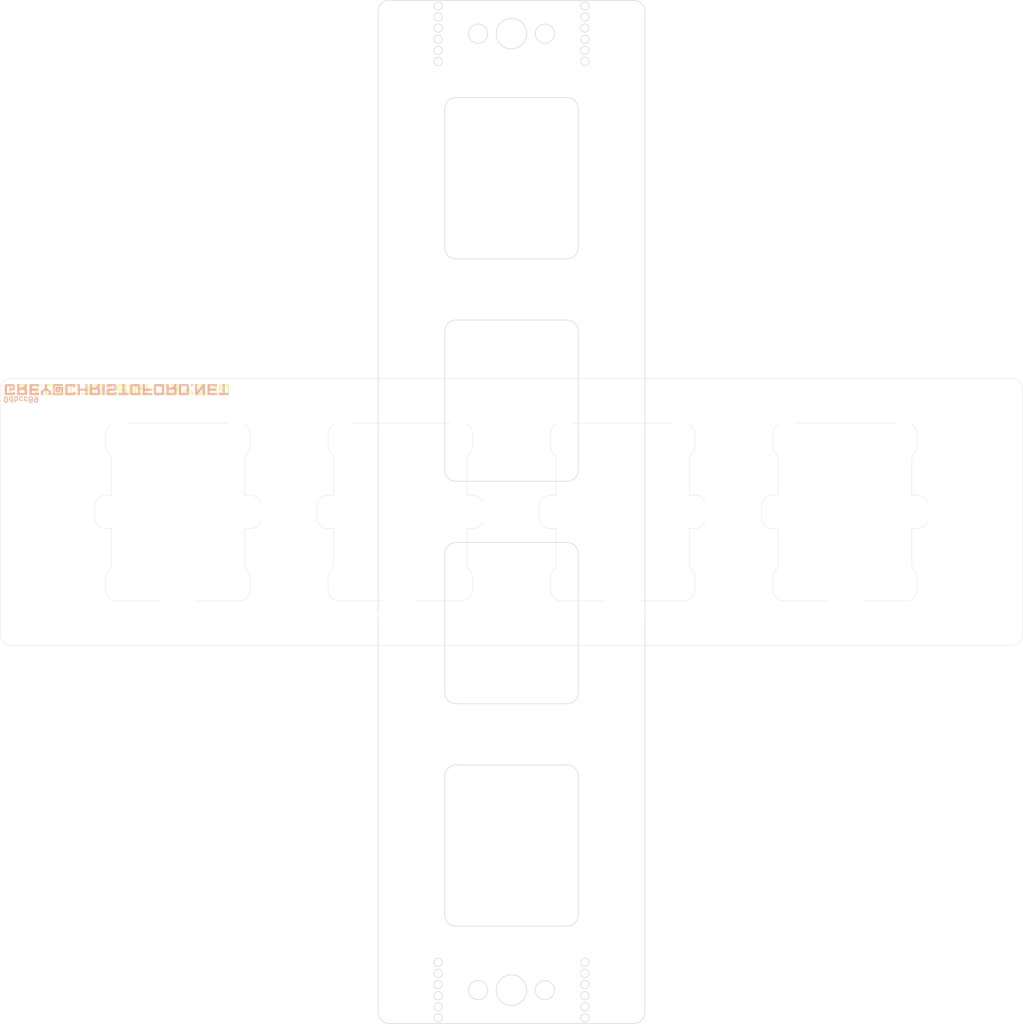
<source format=kicad_pcb>
(kicad_pcb (version 20210722) (generator pcbnew)
  (layers (0 "F.Cu" signal) (31 "B.Cu" signal) (34 "B.Paste" user) (35 "F.Paste" user) (36 "B.SilkS" user "B.Silkscreen") (37 "F.SilkS" user "F.Silkscreen") (38 "B.Mask" user) (39 "F.Mask" user) (44 "Edge.Cuts" user))
  (net 0 "")
  (footprint "custom_footprints:MountingHole_1.0mm" (layer "F.Cu") (at -89 -13.2)
    (fp_text reference "H14" hide)
    (fp_text value "MountingHole" hide)
    (pad "" np_thru_hole circle locked (at 0 0) (size 1 1) (drill 1) (layers F&B.Cu *.Mask))
  )
  (footprint "custom_footprints:MountingHole_1.0mm" (layer "F.Cu") (at -81 13.2)
    (fp_text reference "H6" hide)
    (fp_text value "MountingHole" hide)
    (pad "" np_thru_hole circle locked (at 0 0) (size 1 1) (drill 1) (layers F&B.Cu *.Mask))
  )
  (footprint "custom_footprints:MountingHole_1.0mm" (layer "F.Cu") (at 83 13.2)
    (fp_text reference "H13" hide)
    (fp_text value "MountingHole" hide)
    (pad "" np_thru_hole circle locked (at 0 0) (size 1 1) (drill 1) (layers F&B.Cu *.Mask))
  )
  (footprint "custom_footprints:MountingHole_1.0mm" (layer "F.Cu") (at -87 -13.2)
    (fp_text reference "H20" hide)
    (fp_text value "MountingHole" hide)
    (pad "" np_thru_hole circle locked (at 0 0) (size 1 1) (drill 1) (layers F&B.Cu *.Mask))
  )
  (footprint "custom_footprints:MountingHole_3.15mm" (layer "F.Cu") (at 9.5 -16.5)
    (fp_text reference "H45" hide)
    (fp_text value "MountingHole" hide)
    (pad "" np_thru_hole circle locked (at 0 0) (size 3.15 3.15) (drill 3.15) (layers F&B.Cu *.Mask))
  )
  (footprint "custom_footprints:MountingHole_3.15mm" (layer "F.Cu") (at 43.5 10.5)
    (fp_text reference "H51" hide)
    (fp_text value "MountingHole" hide)
    (pad "" np_thru_hole circle locked (at 0 0) (size 3.15 3.15) (drill 3.15) (layers F&B.Cu *.Mask))
  )
  (footprint "custom_footprints:MountingHole_3.45mm" (layer "F.Cu") (at 86 -6)
    (fp_text reference "H26" hide)
    (fp_text value "MountingHole" hide)
    (pad "" np_thru_hole circle locked (at 0 0) (size 3.45 3.45) (drill 3.45) (layers F&B.Cu *.Mask))
  )
  (footprint "custom_footprints:MountingHole_1.0mm" (layer "F.Cu") (at 81 13.2)
    (fp_text reference "H7" hide)
    (fp_text value "MountingHole" hide)
    (pad "" np_thru_hole circle locked (at 0 0) (size 1 1) (drill 1) (layers F&B.Cu *.Mask))
  )
  (footprint "custom_footprints:MountingHole_1.0mm" (layer "F.Cu") (at -85 13.2)
    (fp_text reference "H16" hide)
    (fp_text value "MountingHole" hide)
    (pad "" np_thru_hole circle locked (at 0 0) (size 1 1) (drill 1) (layers F&B.Cu *.Mask))
  )
  (footprint "MountingHole:MountingHole_5.5mm" (layer "F.Cu") (at -86 0)
    (fp_text reference "H27" hide)
    (fp_text value "MountingHole")
    (pad "1" np_thru_hole circle locked (at 0 0) (size 5.5 5.5) (drill 5.5) (layers *.Cu *.Mask))
  )
  (footprint "custom_footprints:MountingHole_1.0mm" (layer "F.Cu") (at -85 -13.2)
    (fp_text reference "H23" hide)
    (fp_text value "MountingHole" hide)
    (pad "" np_thru_hole circle locked (at 0 0) (size 1 1) (drill 1) (layers F&B.Cu *.Mask))
  )
  (footprint "custom_footprints:MountingHole_3.15mm" (layer "F.Cu") (at 43.5 -10.5)
    (fp_text reference "H42" hide)
    (fp_text value "MountingHole" hide)
    (pad "" np_thru_hole circle locked (at 0 0) (size 3.15 3.15) (drill 3.15) (layers F&B.Cu *.Mask))
  )
  (footprint "custom_footprints:MountingHole_3.15mm" (layer "F.Cu") (at -76.5 10.5)
    (fp_text reference "H31" hide)
    (fp_text value "MountingHole" hide)
    (pad "" np_thru_hole circle locked (at 0 0) (size 3.15 3.15) (drill 3.15) (layers F&B.Cu *.Mask))
  )
  (footprint "custom_footprints:MountingHole_1.0mm" (layer "F.Cu") (at 91 -13.2)
    (fp_text reference "H9" hide)
    (fp_text value "MountingHole" hide)
    (pad "" np_thru_hole circle locked (at 0 0) (size 1 1) (drill 1) (layers F&B.Cu *.Mask))
  )
  (footprint "custom_footprints:MountingHole_3.15mm" (layer "F.Cu") (at -30.5 -16.5)
    (fp_text reference "H41" hide)
    (fp_text value "MountingHole" hide)
    (pad "" np_thru_hole circle locked (at 0 0) (size 3.15 3.15) (drill 3.15) (layers F&B.Cu *.Mask))
  )
  (footprint "custom_footprints:MountingHole_3.15mm" (layer "F.Cu") (at -70.5 -16.5)
    (fp_text reference "H32" hide)
    (fp_text value "MountingHole" hide)
    (pad "" np_thru_hole circle locked (at 0 0) (size 3.15 3.15) (drill 3.15) (layers F&B.Cu *.Mask))
  )
  (footprint "custom_footprints:MountingHole_8.0mm" (layer "F.Cu") (at -1.5 0)
    (fp_text reference "H46" hide)
    (fp_text value "MountingHole" hide)
    (pad "" np_thru_hole circle locked (at 0 0) (size 8 8) (drill 8) (layers F&B.Cu *.Mask))
  )
  (footprint "custom_footprints:MountingHole_1.0mm" (layer "F.Cu") (at 87 13.2)
    (fp_text reference "H1" hide)
    (fp_text value "MountingHole" hide)
    (pad "" np_thru_hole circle locked (at 0 0) (size 1 1) (drill 1) (layers F&B.Cu *.Mask))
  )
  (footprint "custom_footprints:MountingHole_3.15mm" (layer "F.Cu") (at -36.5 -10.5)
    (fp_text reference "H39" hide)
    (fp_text value "MountingHole" hide)
    (pad "" np_thru_hole circle locked (at 0 0) (size 3.15 3.15) (drill 3.15) (layers F&B.Cu *.Mask))
  )
  (footprint "custom_footprints:MountingHole_8.0mm" (layer "F.Cu") (at -60 18.5)
    (fp_text reference "H34" hide)
    (fp_text value "MountingHole" hide)
    (pad "" np_thru_hole circle locked (at 0 0) (size 8 8) (drill 8) (layers F&B.Cu *.Mask))
  )
  (footprint "custom_footprints:MountingHole_8.0mm" (layer "F.Cu") (at 20 18.5)
    (fp_text reference "H47" hide)
    (fp_text value "MountingHole" hide)
    (pad "" np_thru_hole circle locked (at 0 0) (size 8 8) (drill 8) (layers F&B.Cu *.Mask))
  )
  (footprint "custom_footprints:MountingHole_8.0mm" (layer "F.Cu") (at -20 18.5)
    (fp_text reference "H53" hide)
    (fp_text value "MountingHole" hide)
    (pad "" np_thru_hole circle locked (at 0 0) (size 8 8) (drill 8) (layers F&B.Cu *.Mask))
  )
  (footprint "custom_footprints:MountingHole_1.0mm" (layer "F.Cu") (at -91 -13.2)
    (fp_text reference "H21" hide)
    (fp_text value "MountingHole" hide)
    (pad "" np_thru_hole circle locked (at 0 0) (size 1 1) (drill 1) (layers F&B.Cu *.Mask))
  )
  (footprint "custom_footprints:logo" (layer "F.Cu") (at -71 -22 180)
    (fp_text reference "LOGO1" hide)
    (fp_text value "Logo_Open_Hardware_Small" hide)
    (fp_poly (pts (xy 2.086554 -0.623664) (xy 2.086554 -1.023438) (xy 0.29333 -1.023438) (xy 0.29333 -0.623664) (xy 0.992907 -0.623664) (xy 0.992907 0.976563) (xy 1.392681 0.976563) (xy 1.392681 -0.623664)) (layer "F.SilkS") (width 0.001) (fill solid))
    (fp_poly (pts (xy -18.373304 -0.16987) (xy -19.272769 -0.16987) (xy -19.272769 0.229851) (xy -18.770199 0.229851) (xy -18.770199 0.57684) (xy -19.766756 0.57684) (xy -19.766756 -0.623664) (xy -18.770199 -0.623664) (xy -18.770199 -0.423777) (xy -18.373304 -0.423777) (xy -18.373304 -0.820672) (xy -18.570313 -1.023438) (xy -19.96947 -1.023438) (xy -20.16653 -0.820672) (xy -20.16653 0.779554) (xy -19.96947 0.976563) (xy -18.570313 0.976563) (xy -18.373304 0.779554)) (layer "F.SilkS") (width 0.001) (fill solid))
    (fp_poly (pts (xy 4.221186 -0.820672) (xy 4.024178 -1.023438) (xy 2.625021 -1.023438) (xy 2.827734 0.57684) (xy 2.827734 -0.623664) (xy 3.824291 -0.623664) (xy 3.824291 0.57684) (xy 2.827734 0.57684) (xy 2.625021 -1.023438) (xy 2.427961 -0.820672) (xy 2.427961 0.779554) (xy 2.625021 0.976563) (xy 4.024178 0.976563) (xy 4.221186 0.779554)) (layer "F.SilkS") (width 0.001) (fill solid))
    (fp_poly (pts (xy -8.859015 -0.623664) (xy -7.862459 -0.623664) (xy -7.862459 -0.423777) (xy -7.465563 -0.423777) (xy -7.465563 -0.820672) (xy -7.662572 -1.023438) (xy -9.061729 -1.023438) (xy -9.258789 -0.820672) (xy -9.258789 0.779554) (xy -9.061729 0.976563) (xy -7.662572 0.976563) (xy -7.465563 0.779554) (xy -7.465563 0.37978) (xy -7.862459 0.37978) (xy -7.862459 0.57684) (xy -8.859015 0.57684)) (layer "F.SilkS") (width 0.001) (fill solid))
    (fp_poly (pts (xy -9.698653 0.673931) (xy -11.189196 0.673931) (xy -11.189196 -0.72646) (xy -9.992753 -0.72646) (xy -9.992753 0.179173) (xy -10.144069 0.179173) (xy -10.144069 -0.530016) (xy -11.037829 -0.530016) (xy -11.037829 0.473273) (xy -10.743729 0.167763) (xy -10.743729 -0.227333) (xy -10.43822 -0.227333) (xy -10.43822 0.167763) (xy -10.743729 0.167763) (xy -11.037829 0.473273) (xy -9.698653 0.473273) (xy -9.698653 -0.820672) (xy -9.895662 -1.023438) (xy -11.294819 -1.023438) (xy -11.491879 -0.820672) (xy -11.491879 0.779554) (xy -11.294819 0.976563) (xy -9.698653 0.976563)) (layer "F.SilkS") (width 0.001) (fill solid))
    (fp_poly (pts (xy -12.765625 -0.109117) (xy -13.259611 -0.446289) (xy -13.259611 -1.023438) (xy -13.659385 -1.023438) (xy -13.659385 -0.277704) (xy -12.959807 0.222296) (xy -12.959807 0.976563) (xy -12.56286 0.976563) (xy -12.56286 0.222296) (xy -11.86616 -0.277704) (xy -11.86616 -1.023438) (xy -12.263055 -1.023438) (xy -12.263055 -0.446289)) (layer "F.SilkS") (width 0.001) (fill solid))
    (fp_poly (pts (xy 18.001028 0.976563) (xy 18.001028 0.57684) (xy 16.704667 0.57684) (xy 16.704667 0.178967) (xy 17.90111 0.178967) (xy 17.90111 -0.220805) (xy 16.704667 -0.220805) (xy 16.704667 -0.623664) (xy 18.001028 -0.623664) (xy 18.001028 -1.023438) (xy 16.304893 -1.023438) (xy 16.304893 0.976563)) (layer "F.SilkS") (width 0.001) (fill solid))
    (fp_poly (pts (xy -6.656661 -1.023438) (xy -7.056435 -1.023438) (xy -7.056435 0.976563) (xy -6.656661 0.976563) (xy -6.656661 0.178967) (xy -5.660105 0.178967) (xy -5.660105 0.976563) (xy -5.263209 0.976563) (xy -5.263209 -1.023438) (xy -5.660105 -1.023438) (xy -5.660105 -0.220805) (xy -6.656661 -0.220805)) (layer "F.SilkS") (width 0.001) (fill solid))
    (fp_poly (pts (xy 6.257247 0.178967) (xy 6.257247 -0.220805) (xy 5.060814 -0.220805) (xy 5.060814 -0.623664) (xy 6.357165 -0.623664) (xy 6.357165 -1.023438) (xy 4.66104 -1.023438) (xy 4.66104 0.976563) (xy 5.060814 0.976563) (xy 5.060814 0.178967)) (layer "F.SilkS") (width 0.001) (fill solid))
    (fp_poly (pts (xy 14.071803 0.976563) (xy 14.471577 0.976563) (xy 14.471577 -0.35773) (xy 15.468133 0.976563) (xy 15.865029 0.976563) (xy 15.865029 -1.023438) (xy 15.468133 -1.023438) (xy 15.468133 0.308028) (xy 14.471577 -1.023438) (xy 14.071803 -1.023438)) (layer "F.SilkS") (width 0.001) (fill solid))
    (fp_poly (pts (xy 10.527087 -1.023438) (xy 8.93087 -1.023438) (xy 8.93087 0.976563) (xy 9.330644 0.976563) (xy 9.330644 -0.623664) (xy 10.3272 -0.623664) (xy 10.3272 -0.020148) (xy 9.330644 -0.020148) (xy 9.330644 -0.623664) (xy 9.330644 0.976563) (xy 9.330644 0.379625) (xy 9.927426 0.379625) (xy 10.127313 0.576737) (xy 10.3272 0.779502) (xy 10.3272 0.976563) (xy 10.724095 0.976563) (xy 10.724095 0.576737) (xy 10.527087 0.379625) (xy 10.724095 0.179738) (xy 10.724095 -0.820672)) (layer "F.SilkS") (width 0.001) (fill solid))
    (fp_poly (pts (xy 18.317383 -1.023438) (xy 18.317383 -0.623664) (xy 19.016961 -0.623664) (xy 19.016961 0.976563) (xy 19.416735 0.976563) (xy 19.416735 -0.623664) (xy 20.110609 -0.623664) (xy 20.110609 -1.023438)) (layer "F.SilkS") (width 0.001) (fill solid))
    (fp_poly (pts (xy 8.491005 -0.820672) (xy 8.293997 -1.023438) (xy 6.89484 -1.023438) (xy 6.69778 -0.820672) (xy 7.097553 -0.623664) (xy 8.09411 -0.623664) (xy 8.09411 0.57684) (xy 7.097553 0.57684) (xy 7.097553 -0.623664) (xy 6.69778 -0.820672) (xy 6.69778 0.779554) (xy 6.89484 0.976563) (xy 8.293997 0.976563) (xy 8.491005 0.779554)) (layer "F.SilkS") (width 0.001) (fill solid))
    (fp_poly (pts (xy -17.533666 0.379625) (xy -16.936883 0.379625) (xy -16.736996 0.576737) (xy -16.537109 0.779502) (xy -16.537109 0.976563) (xy -16.140214 0.976563) (xy -16.140214 0.576737) (xy -16.337222 0.379625) (xy -16.140214 0.179738) (xy -16.140214 -0.820672) (xy -16.337222 -1.023438) (xy -17.93344 -1.023438) (xy -17.93344 0.976563) (xy -17.533666 0.976563) (xy -17.533666 -0.623664) (xy -16.537109 -0.623664) (xy -16.537109 -0.020148) (xy -17.533666 -0.020148)) (layer "F.SilkS") (width 0.001) (fill solid))
    (fp_poly (pts (xy 12.957185 -0.820672) (xy 12.760177 -1.023438) (xy 11.36102 -1.023438) (xy 11.16396 -0.820672) (xy 11.563734 -0.623664) (xy 12.56029 -0.623664) (xy 12.56029 0.57684) (xy 11.563734 0.57684) (xy 11.563734 -0.623664) (xy 11.16396 -0.820672) (xy 11.16396 0.779554) (xy 11.36102 0.976563) (xy 12.760177 0.976563) (xy 12.957185 0.779554)) (layer "F.SilkS") (width 0.001) (fill solid))
    (fp_poly (pts (xy -3.826794 0.379625) (xy -3.626907 0.576737) (xy -3.42702 0.779502) (xy -3.42702 0.976563) (xy -3.030124 0.976563) (xy -3.030124 0.576737) (xy -3.227133 0.379625) (xy -3.030124 0.179738) (xy -3.030124 -0.820672) (xy -3.227133 -1.023438) (xy -4.82335 -1.023438) (xy -4.82335 0.976563) (xy -4.423576 0.976563) (xy -4.423576 -0.623664) (xy -3.42702 -0.623664) (xy -3.42702 -0.020148) (xy -4.423576 -0.020148) (xy -4.423576 -0.623664) (xy -4.423576 0.379625) (xy -3.826794 0.379625)) (layer "F.SilkS") (width 0.001) (fill solid))
    (fp_poly (pts (xy -15.300576 0.178967) (xy -14.104132 0.178967) (xy -14.104132 -0.220805) (xy -15.300576 -0.220805) (xy -15.300576 -0.623664) (xy -14.004215 -0.623664) (xy -14.004215 -1.023438) (xy -15.70035 -1.023438) (xy -15.70035 0.976563) (xy -14.004215 0.976563) (xy -14.004215 0.57684) (xy -15.300576 0.57684)) (layer "F.SilkS") (width 0.001) (fill solid))
    (fp_poly (pts (xy -0.060892 -0.024208) (xy -0.257901 -0.224095) (xy -1.454343 -0.224095) (xy -1.454343 -0.623664) (xy -0.457788 -0.623664) (xy -0.457788 -0.423777) (xy -0.060892 -0.423777) (xy -0.060892 -0.820672) (xy -0.257901 -1.023438) (xy -1.657057 -1.023438) (xy -1.854117 -0.820672) (xy -1.854117 0.035773) (xy -1.657057 0.178557) (xy -0.457788 0.178557) (xy -0.457788 0.57684) (xy -1.454343 0.57684) (xy -1.454343 0.379111) (xy -1.854117 0.379111) (xy -1.854117 0.779554) (xy -1.657057 0.976563) (xy -0.257901 0.976563) (xy -0.060892 0.779554)) (layer "F.SilkS") (width 0.001) (fill solid))
    (fp_poly (pts (xy -2.59027 -1.023438) (xy -2.59027 0.976563) (xy -2.190497 0.976563) (xy -2.190497 -1.023438)) (layer "F.SilkS") (width 0.001) (fill solid))
    (fp_poly (pts (xy 13.368472 0.57684) (xy 13.368472 0.976563) (xy 13.768246 0.976563) (xy 13.768246 0.57684)) (layer "F.SilkS") (width 0.001) (fill solid))
  )
  (footprint "custom_footprints:MountingHole_3.15mm" (layer "F.Cu") (at 70.5 -16.5)
    (fp_text reference "H43" hide)
    (fp_text value "MountingHole" hide)
    (pad "" np_thru_hole circle locked (at 0 0) (size 3.15 3.15) (drill 3.15) (layers F&B.Cu *.Mask))
  )
  (footprint "custom_footprints:MountingHole_1.0mm" (layer "F.Cu") (at 89 -13.2)
    (fp_text reference "H8" hide)
    (fp_text value "MountingHole" hide)
    (pad "" np_thru_hole circle locked (at 0 0) (size 1 1) (drill 1) (layers F&B.Cu *.Mask))
  )
  (footprint "custom_footprints:MountingHole_1.0mm" (layer "F.Cu") (at -89 13.2)
    (fp_text reference "H22" hide)
    (fp_text value "MountingHole" hide)
    (pad "" np_thru_hole circle locked (at 0 0) (size 1 1) (drill 1) (layers F&B.Cu *.Mask))
  )
  (footprint "custom_footprints:MountingHole_1.0mm" (layer "F.Cu") (at -87 13.2)
    (fp_text reference "H17" hide)
    (fp_text value "MountingHole" hide)
    (pad "" np_thru_hole circle locked (at 0 0) (size 1 1) (drill 1) (layers F&B.Cu *.Mask))
  )
  (footprint "custom_footprints:MountingHole_1.0mm" (layer "F.Cu") (at -81 -13.2)
    (fp_text reference "H19" hide)
    (fp_text value "MountingHole" hide)
    (pad "" np_thru_hole circle locked (at 0 0) (size 1 1) (drill 1) (layers F&B.Cu *.Mask))
  )
  (footprint "custom_footprints:MountingHole_1.0mm" (layer "F.Cu") (at 85 13.2)
    (fp_text reference "H24" hide)
    (fp_text value "MountingHole" hide)
    (pad "" np_thru_hole circle locked (at 0 0) (size 1 1) (drill 1) (layers F&B.Cu *.Mask))
  )
  (footprint "custom_footprints:MountingHole_3.45mm" (layer "F.Cu") (at 86 6)
    (fp_text reference "H30" hide)
    (fp_text value "MountingHole" hide)
    (pad "" np_thru_hole circle locked (at 0 0) (size 3.45 3.45) (drill 3.45) (layers F&B.Cu *.Mask))
  )
  (footprint "custom_footprints:MountingHole_1.0mm" (layer "F.Cu") (at 83 -13.2)
    (fp_text reference "H4" hide)
    (fp_text value "MountingHole" hide)
    (pad "" np_thru_hole circle locked (at 0 0) (size 1 1) (drill 1) (layers F&B.Cu *.Mask))
  )
  (footprint "custom_footprints:MountingHole_1.0mm" (layer "F.Cu") (at 81 -13.2)
    (fp_text reference "H2" hide)
    (fp_text value "MountingHole" hide)
    (pad "" np_thru_hole circle locked (at 0 0) (size 1 1) (drill 1) (layers F&B.Cu *.Mask))
  )
  (footprint "custom_footprints:MountingHole_1.0mm" (layer "F.Cu") (at 85 -13.2)
    (fp_text reference "H11" hide)
    (fp_text value "MountingHole" hide)
    (pad "" np_thru_hole circle locked (at 0 0) (size 1 1) (drill 1) (layers F&B.Cu *.Mask))
  )
  (footprint "custom_footprints:MountingHole_3.15mm" (layer "F.Cu") (at 49.5 -16.5)
    (fp_text reference "H49" hide)
    (fp_text value "MountingHole" hide)
    (pad "" np_thru_hole circle locked (at 0 0) (size 3.15 3.15) (drill 3.15) (layers F&B.Cu *.Mask))
  )
  (footprint "custom_footprints:MountingHole_8.0mm" (layer "F.Cu") (at 60 18.5)
    (fp_text reference "H54" hide)
    (fp_text value "MountingHole" hide)
    (pad "" np_thru_hole circle locked (at 0 0) (size 8 8) (drill 8) (layers F&B.Cu *.Mask))
  )
  (footprint "custom_footprints:MountingHole_3.45mm" (layer "F.Cu") (at -86 6)
    (fp_text reference "H25" hide)
    (fp_text value "MountingHole" hide)
    (pad "" np_thru_hole circle locked (at 0 0) (size 3.45 3.45) (drill 3.45) (layers F&B.Cu *.Mask))
  )
  (footprint "custom_footprints:MountingHole_3.15mm" (layer "F.Cu") (at -76.5 -10.5)
    (fp_text reference "H33" hide)
    (fp_text value "MountingHole" hide)
    (pad "" np_thru_hole circle locked (at 0 0) (size 3.15 3.15) (drill 3.15) (layers F&B.Cu *.Mask))
  )
  (footprint "custom_footprints:MountingHole_3.15mm" (layer "F.Cu") (at -36.5 10.5)
    (fp_text reference "H40" hide)
    (fp_text value "MountingHole" hide)
    (pad "" np_thru_hole circle locked (at 0 0) (size 3.15 3.15) (drill 3.15) (layers F&B.Cu *.Mask))
  )
  (footprint "custom_footprints:MountingHole_1.0mm" (layer "F.Cu") (at -83 13.2)
    (fp_text reference "H3" hide)
    (fp_text value "MountingHole" hide)
    (pad "" np_thru_hole circle locked (at 0 0) (size 1 1) (drill 1) (layers F&B.Cu *.Mask))
  )
  (footprint "custom_footprints:MountingHole_3.15mm" (layer "F.Cu") (at 3.5 -10.5)
    (fp_text reference "H38" hide)
    (fp_text value "MountingHole" hide)
    (pad "" np_thru_hole circle locked (at 0 0) (size 3.15 3.15) (drill 3.15) (layers F&B.Cu *.Mask))
  )
  (footprint "custom_footprints:MountingHole_1.0mm" (layer "F.Cu") (at -83 -13.2)
    (fp_text reference "H12" hide)
    (fp_text value "MountingHole" hide)
    (pad "" np_thru_hole circle locked (at 0 0) (size 1 1) (drill 1) (layers F&B.Cu *.Mask))
  )
  (footprint "custom_footprints:MountingHole_1.0mm" (layer "F.Cu") (at 91 13.2)
    (fp_text reference "H10" hide)
    (fp_text value "MountingHole" hide)
    (pad "" np_thru_hole circle locked (at 0 0) (size 1 1) (drill 1) (layers F&B.Cu *.Mask))
  )
  (footprint "MountingHole:MountingHole_5.5mm" (layer "F.Cu") (at 86 0)
    (fp_text reference "H28" hide)
    (fp_text value "MountingHole")
    (pad "1" np_thru_hole circle locked (at 0 0) (size 5.5 5.5) (drill 5.5) (layers *.Cu *.Mask))
  )
  (footprint "custom_footprints:MountingHole_1.0mm" (layer "F.Cu") (at 87 -13.2)
    (fp_text reference "H15" hide)
    (fp_text value "MountingHole" hide)
    (pad "" np_thru_hole circle locked (at 0 0) (size 1 1) (drill 1) (layers F&B.Cu *.Mask))
  )
  (footprint "custom_footprints:MountingHole_8.0mm" (layer "F.Cu") (at 38.5 0)
    (fp_text reference "H52" hide)
    (fp_text value "MountingHole" hide)
    (pad "" np_thru_hole circle locked (at 0 0) (size 8 8) (drill 8) (layers F&B.Cu *.Mask))
  )
  (footprint "custom_footprints:MountingHole_3.15mm" (layer "F.Cu") (at -49.5 -16.5)
    (fp_text reference "H35" hide)
    (fp_text value "MountingHole" hide)
    (pad "" np_thru_hole circle locked (at 0 0) (size 3.15 3.15) (drill 3.15) (layers F&B.Cu *.Mask))
  )
  (footprint "custom_footprints:MountingHole_1.0mm" (layer "F.Cu") (at 89 13.2)
    (fp_text reference "H5" hide)
    (fp_text value "MountingHole" hide)
    (pad "" np_thru_hole circle locked (at 0 0) (size 1 1) (drill 1) (layers F&B.Cu *.Mask))
  )
  (footprint "custom_footprints:MountingHole_8.0mm" (layer "F.Cu") (at -41.5 0)
    (fp_text reference "H36" hide)
    (fp_text value "MountingHole" hide)
    (pad "" np_thru_hole circle locked (at 0 0) (size 8 8) (drill 8) (layers F&B.Cu *.Mask))
  )
  (footprint "custom_footprints:MountingHole_3.15mm" (layer "F.Cu") (at -9.5 -16.5)
    (fp_text reference "H50" hide)
    (fp_text value "MountingHole" hide)
    (pad "" np_thru_hole circle locked (at 0 0) (size 3.15 3.15) (drill 3.15) (layers F&B.Cu *.Mask))
  )
  (footprint "custom_footprints:MountingHole_3.15mm" (layer "F.Cu") (at 30.5 -16.5)
    (fp_text reference "H37" hide)
    (fp_text value "MountingHole" hide)
    (pad "" np_thru_hole circle locked (at 0 0) (size 3.15 3.15) (drill 3.15) (layers F&B.Cu *.Mask))
  )
  (footprint "custom_footprints:MountingHole_8.0mm" (layer "F.Cu") (at 78.5 0)
    (fp_text reference "H48" hide)
    (fp_text value "MountingHole" hide)
    (pad "" np_thru_hole circle locked (at 0 0) (size 8 8) (drill 8) (layers F&B.Cu *.Mask))
  )
  (footprint "custom_footprints:MountingHole_3.45mm" (layer "F.Cu") (at -86 -6)
    (fp_text reference "H29" hide)
    (fp_text value "MountingHole" hide)
    (pad "" np_thru_hole circle locked (at 0 0) (size 3.45 3.45) (drill 3.45) (layers F&B.Cu *.Mask))
  )
  (footprint "custom_footprints:MountingHole_3.15mm" (layer "F.Cu") (at 3.5 10.5)
    (fp_text reference "H44" hide)
    (fp_text value "MountingHole" hide)
    (pad "" np_thru_hole circle locked (at 0 0) (size 3.15 3.15) (drill 3.15) (layers F&B.Cu *.Mask))
  )
  (footprint "custom_footprints:MountingHole_1.0mm" (layer "F.Cu") (at -91 13.2)
    (fp_text reference "H18" hide)
    (fp_text value "MountingHole" hide)
    (pad "" np_thru_hole circle locked (at 0 0) (size 1 1) (drill 1) (layers F&B.Cu *.Mask))
  )
  (footprint "custom_footprints:logo" (layer "B.Cu") (at -71 -22)
    (fp_text reference "LOGO2" hide)
    (fp_text value "Logo_Open_Hardware_Small" hide)
    (fp_poly (pts (xy 6.257247 -0.178967) (xy 6.257247 0.220805) (xy 5.060814 0.220805) (xy 5.060814 0.623664) (xy 6.357165 0.623664) (xy 6.357165 1.023438) (xy 4.66104 1.023438) (xy 4.66104 -0.976563) (xy 5.060814 -0.976563) (xy 5.060814 -0.178967)) (layer "B.SilkS") (width 0.001) (fill solid))
    (fp_poly (pts (xy -9.698653 -0.673931) (xy -11.189196 -0.673931) (xy -11.189196 0.72646) (xy -9.992753 0.72646) (xy -9.992753 -0.179173) (xy -10.144069 -0.179173) (xy -10.144069 0.530016) (xy -11.037829 0.530016) (xy -11.037829 -0.473273) (xy -10.743729 -0.167763) (xy -10.743729 0.227333) (xy -10.43822 0.227333) (xy -10.43822 -0.167763) (xy -10.743729 -0.167763) (xy -11.037829 -0.473273) (xy -9.698653 -0.473273) (xy -9.698653 0.820672) (xy -9.895662 1.023438) (xy -11.294819 1.023438) (xy -11.491879 0.820672) (xy -11.491879 -0.779554) (xy -11.294819 -0.976563) (xy -9.698653 -0.976563)) (layer "B.SilkS") (width 0.001) (fill solid))
    (fp_poly (pts (xy -3.826794 -0.379625) (xy -3.626907 -0.576737) (xy -3.42702 -0.779502) (xy -3.42702 -0.976563) (xy -3.030124 -0.976563) (xy -3.030124 -0.576737) (xy -3.227133 -0.379625) (xy -3.030124 -0.179738) (xy -3.030124 0.820672) (xy -3.227133 1.023438) (xy -4.82335 1.023438) (xy -4.82335 -0.976563) (xy -4.423576 -0.976563) (xy -4.423576 0.623664) (xy -3.42702 0.623664) (xy -3.42702 0.020148) (xy -4.423576 0.020148) (xy -4.423576 0.623664) (xy -4.423576 -0.379625) (xy -3.826794 -0.379625)) (layer "B.SilkS") (width 0.001) (fill solid))
    (fp_poly (pts (xy 14.071803 -0.976563) (xy 14.471577 -0.976563) (xy 14.471577 0.35773) (xy 15.468133 -0.976563) (xy 15.865029 -0.976563) (xy 15.865029 1.023438) (xy 15.468133 1.023438) (xy 15.468133 -0.308028) (xy 14.471577 1.023438) (xy 14.071803 1.023438)) (layer "B.SilkS") (width 0.001) (fill solid))
    (fp_poly (pts (xy -0.060892 0.024208) (xy -0.257901 0.224095) (xy -1.454343 0.224095) (xy -1.454343 0.623664) (xy -0.457788 0.623664) (xy -0.457788 0.423777) (xy -0.060892 0.423777) (xy -0.060892 0.820672) (xy -0.257901 1.023438) (xy -1.657057 1.023438) (xy -1.854117 0.820672) (xy -1.854117 -0.035773) (xy -1.657057 -0.178557) (xy -0.457788 -0.178557) (xy -0.457788 -0.57684) (xy -1.454343 -0.57684) (xy -1.454343 -0.379111) (xy -1.854117 -0.379111) (xy -1.854117 -0.779554) (xy -1.657057 -0.976563) (xy -0.257901 -0.976563) (xy -0.060892 -0.779554)) (layer "B.SilkS") (width 0.001) (fill solid))
    (fp_poly (pts (xy 13.368472 -0.57684) (xy 13.368472 -0.976563) (xy 13.768246 -0.976563) (xy 13.768246 -0.57684)) (layer "B.SilkS") (width 0.001) (fill solid))
    (fp_poly (pts (xy 4.221186 0.820672) (xy 4.024178 1.023438) (xy 2.625021 1.023438) (xy 2.827734 -0.57684) (xy 2.827734 0.623664) (xy 3.824291 0.623664) (xy 3.824291 -0.57684) (xy 2.827734 -0.57684) (xy 2.625021 1.023438) (xy 2.427961 0.820672) (xy 2.427961 -0.779554) (xy 2.625021 -0.976563) (xy 4.024178 -0.976563) (xy 4.221186 -0.779554)) (layer "B.SilkS") (width 0.001) (fill solid))
    (fp_poly (pts (xy 2.086554 0.623664) (xy 2.086554 1.023438) (xy 0.29333 1.023438) (xy 0.29333 0.623664) (xy 0.992907 0.623664) (xy 0.992907 -0.976563) (xy 1.392681 -0.976563) (xy 1.392681 0.623664)) (layer "B.SilkS") (width 0.001) (fill solid))
    (fp_poly (pts (xy 8.491005 0.820672) (xy 8.293997 1.023438) (xy 6.89484 1.023438) (xy 6.69778 0.820672) (xy 7.097553 0.623664) (xy 8.09411 0.623664) (xy 8.09411 -0.57684) (xy 7.097553 -0.57684) (xy 7.097553 0.623664) (xy 6.69778 0.820672) (xy 6.69778 -0.779554) (xy 6.89484 -0.976563) (xy 8.293997 -0.976563) (xy 8.491005 -0.779554)) (layer "B.SilkS") (width 0.001) (fill solid))
    (fp_poly (pts (xy 18.001028 -0.976563) (xy 18.001028 -0.57684) (xy 16.704667 -0.57684) (xy 16.704667 -0.178967) (xy 17.90111 -0.178967) (xy 17.90111 0.220805) (xy 16.704667 0.220805) (xy 16.704667 0.623664) (xy 18.001028 0.623664) (xy 18.001028 1.023438) (xy 16.304893 1.023438) (xy 16.304893 -0.976563)) (layer "B.SilkS") (width 0.001) (fill solid))
    (fp_poly (pts (xy -2.59027 1.023438) (xy -2.59027 -0.976563) (xy -2.190497 -0.976563) (xy -2.190497 1.023438)) (layer "B.SilkS") (width 0.001) (fill solid))
    (fp_poly (pts (xy -12.765625 0.109117) (xy -13.259611 0.446289) (xy -13.259611 1.023438) (xy -13.659385 1.023438) (xy -13.659385 0.277704) (xy -12.959807 -0.222296) (xy -12.959807 -0.976563) (xy -12.56286 -0.976563) (xy -12.56286 -0.222296) (xy -11.86616 0.277704) (xy -11.86616 1.023438) (xy -12.263055 1.023438) (xy -12.263055 0.446289)) (layer "B.SilkS") (width 0.001) (fill solid))
    (fp_poly (pts (xy -15.300576 -0.178967) (xy -14.104132 -0.178967) (xy -14.104132 0.220805) (xy -15.300576 0.220805) (xy -15.300576 0.623664) (xy -14.004215 0.623664) (xy -14.004215 1.023438) (xy -15.70035 1.023438) (xy -15.70035 -0.976563) (xy -14.004215 -0.976563) (xy -14.004215 -0.57684) (xy -15.300576 -0.57684)) (layer "B.SilkS") (width 0.001) (fill solid))
    (fp_poly (pts (xy -18.373304 0.16987) (xy -19.272769 0.16987) (xy -19.272769 -0.229851) (xy -18.770199 -0.229851) (xy -18.770199 -0.57684) (xy -19.766756 -0.57684) (xy -19.766756 0.623664) (xy -18.770199 0.623664) (xy -18.770199 0.423777) (xy -18.373304 0.423777) (xy -18.373304 0.820672) (xy -18.570313 1.023438) (xy -19.96947 1.023438) (xy -20.16653 0.820672) (xy -20.16653 -0.779554) (xy -19.96947 -0.976563) (xy -18.570313 -0.976563) (xy -18.373304 -0.779554)) (layer "B.SilkS") (width 0.001) (fill solid))
    (fp_poly (pts (xy -6.656661 1.023438) (xy -7.056435 1.023438) (xy -7.056435 -0.976563) (xy -6.656661 -0.976563) (xy -6.656661 -0.178967) (xy -5.660105 -0.178967) (xy -5.660105 -0.976563) (xy -5.263209 -0.976563) (xy -5.263209 1.023438) (xy -5.660105 1.023438) (xy -5.660105 0.220805) (xy -6.656661 0.220805)) (layer "B.SilkS") (width 0.001) (fill solid))
    (fp_poly (pts (xy 12.957185 0.820672) (xy 12.760177 1.023438) (xy 11.36102 1.023438) (xy 11.16396 0.820672) (xy 11.563734 0.623664) (xy 12.56029 0.623664) (xy 12.56029 -0.57684) (xy 11.563734 -0.57684) (xy 11.563734 0.623664) (xy 11.16396 0.820672) (xy 11.16396 -0.779554) (xy 11.36102 -0.976563) (xy 12.760177 -0.976563) (xy 12.957185 -0.779554)) (layer "B.SilkS") (width 0.001) (fill solid))
    (fp_poly (pts (xy -17.533666 -0.379625) (xy -16.936883 -0.379625) (xy -16.736996 -0.576737) (xy -16.537109 -0.779502) (xy -16.537109 -0.976563) (xy -16.140214 -0.976563) (xy -16.140214 -0.576737) (xy -16.337222 -0.379625) (xy -16.140214 -0.179738) (xy -16.140214 0.820672) (xy -16.337222 1.023438) (xy -17.93344 1.023438) (xy -17.93344 -0.976563) (xy -17.533666 -0.976563) (xy -17.533666 0.623664) (xy -16.537109 0.623664) (xy -16.537109 0.020148) (xy -17.533666 0.020148)) (layer "B.SilkS") (width 0.001) (fill solid))
    (fp_poly (pts (xy 10.527087 1.023438) (xy 8.93087 1.023438) (xy 8.93087 -0.976563) (xy 9.330644 -0.976563) (xy 9.330644 0.623664) (xy 10.3272 0.623664) (xy 10.3272 0.020148) (xy 9.330644 0.020148) (xy 9.330644 0.623664) (xy 9.330644 -0.976563) (xy 9.330644 -0.379625) (xy 9.927426 -0.379625) (xy 10.127313 -0.576737) (xy 10.3272 -0.779502) (xy 10.3272 -0.976563) (xy 10.724095 -0.976563) (xy 10.724095 -0.576737) (xy 10.527087 -0.379625) (xy 10.724095 -0.179738) (xy 10.724095 0.820672)) (layer "B.SilkS") (width 0.001) (fill solid))
    (fp_poly (pts (xy -8.859015 0.623664) (xy -7.862459 0.623664) (xy -7.862459 0.423777) (xy -7.465563 0.423777) (xy -7.465563 0.820672) (xy -7.662572 1.023438) (xy -9.061729 1.023438) (xy -9.258789 0.820672) (xy -9.258789 -0.779554) (xy -9.061729 -0.976563) (xy -7.662572 -0.976563) (xy -7.465563 -0.779554) (xy -7.465563 -0.37978) (xy -7.862459 -0.37978) (xy -7.862459 -0.57684) (xy -8.859015 -0.57684)) (layer "B.SilkS") (width 0.001) (fill solid))
    (fp_poly (pts (xy 18.317383 1.023438) (xy 18.317383 0.623664) (xy 19.016961 0.623664) (xy 19.016961 -0.976563) (xy 19.416735 -0.976563) (xy 19.416735 0.623664) (xy 20.110609 0.623664) (xy 20.110609 1.023438)) (layer "B.SilkS") (width 0.001) (fill solid))
  )
  (gr_line (start 47 -14) (end 47 -11.9) (layer "Edge.Cuts") (width 0.05))
  (gr_arc (start -73 1) (end -75 1) (angle -90) (layer "Edge.Cuts") (width 0.05))
  (gr_circle (center 13.2 -89) (end 13.95 -89) (layer "Edge.Cuts") (width 0.1) (fill none))
  (gr_arc (start -90 -22) (end -90 -24) (angle -90) (layer "Edge.Cuts") (width 0.05))
  (gr_arc (start 9 -14) (end 9 -16) (angle -90) (layer "Edge.Cuts") (width 0.05))
  (gr_line (start -12 47.5) (end -12 72.5) (layer "Edge.Cuts") (width 0.1))
  (gr_arc (start 10 -47.5) (end 10 -45.5) (angle -90) (layer "Edge.Cuts") (width 0.1))
  (gr_circle (center 13.2 89) (end 13.95 89) (layer "Edge.Cuts") (width 0.1) (fill none))
  (gr_arc (start 74 9.254248) (end 72 9.254248) (angle -41.40962211) (layer "Edge.Cuts") (width 0.05))
  (gr_line (start -7 14) (end -7 11.9) (layer "Edge.Cuts") (width 0.05))
  (gr_arc (start 7 1) (end 5 1) (angle -90) (layer "Edge.Cuts") (width 0.05))
  (gr_line (start -24 90) (end -24 -90) (layer "Edge.Cuts") (width 0.1))
  (gr_arc (start -10 -47.5) (end -12 -47.5) (angle -90) (layer "Edge.Cuts") (width 0.1))
  (gr_line (start 10 -74.5) (end -10 -74.5) (layer "Edge.Cuts") (width 0.1))
  (gr_line (start -72 -9.254248) (end -72 -3) (layer "Edge.Cuts") (width 0.05))
  (gr_arc (start 10 -32.5) (end 12 -32.5) (angle -90) (layer "Edge.Cuts") (width 0.1))
  (gr_circle (center 13.2 83) (end 13.95 83) (layer "Edge.Cuts") (width 0.1) (fill none))
  (gr_line (start -8 -3) (end -8 -9.254248) (layer "Edge.Cuts") (width 0.05))
  (gr_line (start 32 -3) (end 32 -9.254248) (layer "Edge.Cuts") (width 0.05))
  (gr_line (start 48 -3) (end 47 -3) (layer "Edge.Cuts") (width 0.05))
  (gr_arc (start -22 -90) (end -22 -92) (angle -90) (layer "Edge.Cuts") (width 0.1))
  (gr_line (start 48 3) (end 48 9.254248) (layer "Edge.Cuts") (width 0.05))
  (gr_circle (center 13.2 -83) (end 13.95 -83) (layer "Edge.Cuts") (width 0.1) (fill none))
  (gr_circle (center -13.2 -83) (end -12.45 -83) (layer "Edge.Cuts") (width 0.1) (fill none))
  (gr_line (start -32 3) (end -32 9.254248) (layer "Edge.Cuts") (width 0.05))
  (gr_arc (start -71 11.9) (end -72.5 10.577124) (angle -41.40962211) (layer "Edge.Cuts") (width 0.05))
  (gr_line (start 72 9.254248) (end 72 3) (layer "Edge.Cuts") (width 0.05))
  (gr_line (start 32 3) (end 33 3) (layer "Edge.Cuts") (width 0.05))
  (gr_line (start -35 -1) (end -35 1) (layer "Edge.Cuts") (width 0.05))
  (gr_circle (center 13.2 81) (end 13.95 81) (layer "Edge.Cuts") (width 0.1) (fill none))
  (gr_line (start -49 -16) (end -71 -16) (layer "Edge.Cuts") (width 0.05))
  (gr_arc (start 31 14) (end 31 16) (angle -90) (layer "Edge.Cuts") (width 0.05))
  (gr_arc (start -10 -72.5) (end -10 -74.5) (angle -90) (layer "Edge.Cuts") (width 0.1))
  (gr_arc (start 71 14) (end 71 16) (angle -90) (layer "Edge.Cuts") (width 0.05))
  (gr_arc (start 49 -11.9) (end 47 -11.9) (angle -41.40962211) (layer "Edge.Cuts") (width 0.05))
  (gr_arc (start 49 -14) (end 49 -16) (angle -90) (layer "Edge.Cuts") (width 0.05))
  (gr_arc (start -31 -14) (end -31 -16) (angle -90) (layer "Edge.Cuts") (width 0.05))
  (gr_arc (start 90 22) (end 90 24) (angle -90) (layer "Edge.Cuts") (width 0.05))
  (gr_line (start -12 -32.5) (end -12 -7.5) (layer "Edge.Cuts") (width 0.1))
  (gr_line (start -33 11.9) (end -33 14) (layer "Edge.Cuts") (width 0.05))
  (gr_arc (start -71 -14) (end -71 -16) (angle -90) (layer "Edge.Cuts") (width 0.05))
  (gr_arc (start -74 -9.254248) (end -72 -9.254248) (angle -41.40962211) (layer "Edge.Cuts") (width 0.05))
  (gr_arc (start -71 14) (end -73 14) (angle -90) (layer "Edge.Cuts") (width 0.05))
  (gr_arc (start 46 -9.254248) (end 48 -9.254248) (angle -41.40962211) (layer "Edge.Cuts") (width 0.05))
  (gr_arc (start -10 7.5) (end -10 5.5) (angle -90) (layer "Edge.Cuts") (width 0.1))
  (gr_line (start 9 16) (end 31 16) (layer "Edge.Cuts") (width 0.05))
  (gr_line (start -9 -16) (end -31 -16) (layer "Edge.Cuts") (width 0.05))
  (gr_arc (start -7 1) (end -7 3) (angle -90) (layer "Edge.Cuts") (width 0.05))
  (gr_line (start 8 -9.254248) (end 8 -3) (layer "Edge.Cuts") (width 0.05))
  (gr_line (start 12 -47.5) (end 12 -72.5) (layer "Edge.Cuts") (width 0.1))
  (gr_arc (start -10 -7.5) (end -12 -7.5) (angle -90) (layer "Edge.Cuts") (width 0.1))
  (gr_arc (start 9 -11.9) (end 7 -11.9) (angle -41.40962211) (layer "Edge.Cuts") (width 0.05))
  (gr_line (start -71 16) (end -49 16) (layer "Edge.Cuts") (width 0.05))
  (gr_line (start -8 9.254248) (end -8 3) (layer "Edge.Cuts") (width 0.05))
  (gr_line (start -31 16) (end -9 16) (layer "Edge.Cuts") (width 0.05))
  (gr_line (start 12 72.5) (end 12 47.5) (layer "Edge.Cuts") (width 0.1))
  (gr_arc (start 22 90) (end 22 92) (angle -90) (layer "Edge.Cuts") (width 0.1))
  (gr_arc (start -31 -11.9) (end -33 -11.9) (angle -41.40962211) (layer "Edge.Cuts") (width 0.05))
  (gr_circle (center -13.2 91) (end -12.45 91) (layer "Edge.Cuts") (width 0.1) (fill none))
  (gr_line (start 72 3) (end 73 3) (layer "Edge.Cuts") (width 0.05))
  (gr_line (start 49 16) (end 71 16) (layer "Edge.Cuts") (width 0.05))
  (gr_line (start -90 24) (end 90 24) (layer "Edge.Cuts") (width 0.05))
  (gr_line (start 47 3) (end 48 3) (layer "Edge.Cuts") (width 0.05))
  (gr_arc (start -31 14) (end -33 14) (angle -90) (layer "Edge.Cuts") (width 0.05))
  (gr_arc (start 31 -14) (end 33 -14) (angle -90) (layer "Edge.Cuts") (width 0.05))
  (gr_line (start 45 -1) (end 45 1) (layer "Edge.Cuts") (width 0.05))
  (gr_circle (center 0 86) (end 2.75 86) (layer "Edge.Cuts") (width 0.1) (fill none))
  (gr_line (start 75 1) (end 75 -1) (layer "Edge.Cuts") (width 0.05))
  (gr_circle (center 0 -86) (end 2.75 -86) (layer "Edge.Cuts") (width 0.1) (fill none))
  (gr_line (start -33 -14) (end -33 -11.9) (layer "Edge.Cuts") (width 0.05))
  (gr_arc (start -33 1) (end -35 1) (angle -90) (layer "Edge.Cuts") (width 0.05))
  (gr_circle (center -13.2 -87) (end -12.45 -87) (layer "Edge.Cuts") (width 0.1) (fill none))
  (gr_line (start -47 -11.9) (end -47 -14) (layer "Edge.Cuts") (width 0.05))
  (gr_arc (start 90 -22) (end 92 -22) (angle -90) (layer "Edge.Cuts") (width 0.05))
  (gr_circle (center 13.2 -85) (end 13.95 -85) (layer "Edge.Cuts") (width 0.1) (fill none))
  (gr_line (start -73 3) (end -72 3) (layer "Edge.Cuts") (width 0.05))
  (gr_line (start 24 90) (end 24 -90) (layer "Edge.Cuts") (width 0.1))
  (gr_arc (start 71 11.9) (end 73 11.9) (angle -41.40962211) (layer "Edge.Cuts") (width 0.05))
  (gr_line (start 31 -16) (end 9 -16) (layer "Edge.Cuts") (width 0.05))
  (gr_circle (center -6 86) (end -4.275 86) (layer "Edge.Cuts") (width 0.1) (fill none))
  (gr_arc (start -6 -9.254248) (end -7.5 -10.577124) (angle -41.40962211) (layer "Edge.Cuts") (width 0.05))
  (gr_arc (start 10 32.5) (end 10 34.5) (angle -90) (layer "Edge.Cuts") (width 0.1))
  (gr_arc (start -9 -14) (end -7 -14) (angle -90) (layer "Edge.Cuts") (width 0.05))
  (gr_arc (start -34 -9.254248) (end -32 -9.254248) (angle -41.40962211) (layer "Edge.Cuts") (width 0.05))
  (gr_line (start 8 -3) (end 7 -3) (layer "Edge.Cuts") (width 0.05))
  (gr_line (start 33 -3) (end 32 -3) (layer "Edge.Cuts") (width 0.05))
  (gr_line (start -48 3) (end -47 3) (layer "Edge.Cuts") (width 0.05))
  (gr_arc (start 46 9.254248) (end 47.5 10.577124) (angle -41.40962211) (layer "Edge.Cuts") (width 0.05))
  (gr_arc (start -31 11.9) (end -32.5 10.577124) (angle -41.40962211) (layer "Edge.Cuts") (width 0.05))
  (gr_circle (center 6 86) (end 7.725 86) (layer "Edge.Cuts") (width 0.1) (fill none))
  (gr_line (start 35 1) (end 35 -1) (layer "Edge.Cuts") (width 0.05))
  (gr_arc (start -73 -1) (end -73 -3) (angle -90) (layer "Edge.Cuts") (width 0.05))
  (gr_arc (start -46 9.254248) (end -48 9.254248) (angle -41.40962211) (layer "Edge.Cuts") (width 0.05))
  (gr_circle (center 13.2 85) (end 13.95 85) (layer "Edge.Cuts") (width 0.1) (fill none))
  (gr_line (start 48 -9.254248) (end 48 -3) (layer "Edge.Cuts") (width 0.05))
  (gr_arc (start 31 11.9) (end 33 11.9) (angle -41.40962211) (layer "Edge.Cuts") (width 0.05))
  (gr_circle (center -13.2 81) (end -12.45 81) (layer "Edge.Cuts") (width 0.1) (fill none))
  (gr_line (start -10 -5.5) (end 10 -5.5) (layer "Edge.Cuts") (width 0.1))
  (gr_circle (center -13.2 -89) (end -12.45 -89) (layer "Edge.Cuts") (width 0.1) (fill none))
  (gr_line (start -48 9.254248) (end -48 3) (layer "Edge.Cuts") (width 0.05))
  (gr_circle (center -13.2 -81) (end -12.45 -81) (layer "Edge.Cuts") (width 0.1) (fill none))
  (gr_line (start -73 11.9) (end -73 14) (layer "Edge.Cuts") (width 0.05))
  (gr_arc (start 49 14) (end 47 14) (angle -90) (layer "Edge.Cuts") (width 0.05))
  (gr_line (start 73 14) (end 73 11.9) (layer "Edge.Cuts") (width 0.05))
  (gr_arc (start 10 72.5) (end 10 74.5) (angle -90) (layer "Edge.Cuts") (width 0.1))
  (gr_arc (start 7 -1) (end 7 -3) (angle -90) (layer "Edge.Cuts") (width 0.05))
  (gr_arc (start -71 -11.9) (end -73 -11.9) (angle -41.40962211) (layer "Edge.Cuts") (width 0.05))
  (gr_line (start 33 14) (end 33 11.9) (layer "Edge.Cuts") (width 0.05))
  (gr_line (start -7 -11.9) (end -7 -14) (layer "Edge.Cuts") (width 0.05))
  (gr_arc (start 6 -9.254248) (end 8 -9.254248) (angle -41.40962211) (layer "Edge.Cuts") (width 0.05))
  (gr_line (start 8 3) (end 8 9.254248) (layer "Edge.Cuts") (width 0.05))
  (gr_arc (start -49 -14) (end -47 -14) (angle -90) (layer "Edge.Cuts") (width 0.05))
  (gr_arc (start 10 -72.5) (end 12 -72.5) (angle -90) (layer "Edge.Cuts") (width 0.1))
  (gr_arc (start 33 1) (end 33 3) (angle -90) (layer "Edge.Cuts") (width 0.05))
  (gr_line (start 73 -11.9) (end 73 -14) (layer "Edge.Cuts") (width 0.05))
  (gr_arc (start -9 14) (end -9 16) (angle -90) (layer "Edge.Cuts") (width 0.05))
  (gr_arc (start -49 14) (end -49 16) (angle -90) (layer "Edge.Cuts") (width 0.05))
  (gr_circle (center 13.2 -87) (end 13.95 -87) (layer "Edge.Cuts") (width 0.1) (fill none))
  (gr_arc (start -47 -1) (end -45 -1) (angle -90) (layer "Edge.Cuts") (width 0.05))
  (gr_line (start -92 22) (end -92 -22) (layer "Edge.Cuts") (width 0.05))
  (gr_arc (start -47 1) (end -47 3) (angle -90) (layer "Edge.Cuts") (width 0.05))
  (gr_line (start 5 -1) (end 5 1) (layer "Edge.Cuts") (width 0.05))
  (gr_line (start -10 74.5) (end 10 74.5) (layer "Edge.Cuts") (width 0.1))
  (gr_line (start 10 45.5) (end -10 45.5) (layer "Edge.Cuts") (width 0.1))
  (gr_arc (start -49 -11.9) (end -47.5 -10.577124) (angle -41.40962211) (layer "Edge.Cuts") (width 0.05))
  (gr_line (start -73 -14) (end -73 -11.9) (layer "Edge.Cuts") (width 0.05))
  (gr_line (start 33 -11.9) (end 33 -14) (layer "Edge.Cuts") (width 0.05))
  (gr_arc (start 49 11.9) (end 47.5 10.577124) (angle -41.40962211) (layer "Edge.Cuts") (width 0.05))
  (gr_arc (start -22 90) (end -24 90) (angle -90) (layer "Edge.Cuts") (width 0.1))
  (gr_line (start 12 32.5) (end 12 7.5) (layer "Edge.Cuts") (width 0.1))
  (gr_line (start 92 -22) (end 92 22) (layer "Edge.Cuts") (width 0.05))
  (gr_arc (start -90 22) (end -92 22) (angle -90) (layer "Edge.Cuts") (width 0.05))
  (gr_line (start -32 -3) (end -33 -3) (layer "Edge.Cuts") (width 0.05))
  (gr_arc (start 47 -1) (end 47 -3) (angle -90) (layer "Edge.Cuts") (width 0.05))
  (gr_arc (start 33 -1) (end 35 -1) (angle -90) (layer "Edge.Cuts") (width 0.05))
  (gr_arc (start -49 11.9) (end -47 11.9) (angle -41.40962211) (layer "Edge.Cuts") (width 0.05))
  (gr_arc (start 6 9.254248) (end 7.5 10.577124) (angle -41.40962211) (layer "Edge.Cuts") (width 0.05))
  (gr_arc (start -10 -32.5) (end -10 -34.5) (angle -90) (layer "Edge.Cuts") (width 0.1))
  (gr_arc (start 22 -90) (end 24 -90) (angle -90) (layer "Edge.Cuts") (width 0.1))
  (gr_arc (start -9 -11.9) (end -7.5 -10.577124) (angle -41.40962211) (layer "Edge.Cuts") (width 0.05))
  (gr_line (start -72 -3) (end -73 -3) (layer "Edge.Cuts") (width 0.05))
  (gr_line (start -47 14) (end -47 11.9) (layer "Edge.Cuts") (width 0.05))
  (gr_arc (start 71 -14) (end 73 -14) (angle -90) (layer "Edge.Cuts") (width 0.05))
  (gr_circle (center 6 -86) (end 7.725 -86) (layer "Edge.Cuts") (width 0.1) (fill none))
  (gr_arc (start 10 47.5) (end 12 47.5) (angle -90) (layer "Edge.Cuts") (width 0.1))
  (gr_line (start -72 3) (end -72 9.254248) (layer "Edge.Cuts") (width 0.05))
  (gr_line (start 73 -3) (end 72 -3) (layer "Edge.Cuts") (width 0.05))
  (gr_circle (center 13.2 -81) (end 13.95 -81) (layer "Edge.Cuts") (width 0.1) (fill none))
  (gr_line (start -90 -24) (end 90 -24) (layer "Edge.Cuts") (width 0.05))
  (gr_arc (start -10 47.5) (end -10 45.5) (angle -90) (layer "Edge.Cuts") (width 0.1))
  (gr_arc (start -33 -1) (end -33 -3) (angle -90) (layer "Edge.Cuts") (width 0.05))
  (gr_line (start 71 -16) (end 49 -16) (layer "Edge.Cuts") (width 0.05))
  (gr_arc (start 73 1) (end 73 3) (angle -90) (layer "Edge.Cuts") (width 0.05))
  (gr_line (start -22 -92) (end 22 -92) (layer "Edge.Cuts") (width 0.1))
  (gr_line (start 10 5.5) (end -10 5.5) (layer "Edge.Cuts") (width 0.1))
  (gr_line (start -10 34.5) (end 10 34.5) (layer "Edge.Cuts") (width 0.1))
  (gr_arc (start -10 32.5) (end -12 32.5) (angle -90) (layer "Edge.Cuts") (width 0.1))
  (gr_line (start 10 -34.5) (end -10 -34.5) (layer "Edge.Cuts") (width 0.1))
  (gr_line (start 47 11.9) (end 47 14) (layer "Edge.Cuts") (width 0.05))
  (gr_arc (start 73 -1) (end 75 -1) (angle -90) (layer "Edge.Cuts") (width 0.05))
  (gr_arc (start 9 11.9) (end 7.5 10.577124) (angle -41.40962211) (layer "Edge.Cuts") (width 0.05))
  (gr_arc (start 34 -9.254248) (end 32.5 -10.577124) (angle -41.40962211) (layer "Edge.Cuts") (width 0.05))
  (gr_line (start 7 11.9) (end 7 14) (layer "Edge.Cuts") (width 0.05))
  (gr_line (start 7 -14) (end 7 -11.9) (layer "Edge.Cuts") (width 0.05))
  (gr_circle (center -13.2 -91) (end -12.45 -91) (layer "Edge.Cuts") (width 0.1) (fill none))
  (gr_circle (center -13.2 83) (end -12.45 83) (layer "Edge.Cuts") (width 0.1) (fill none))
  (gr_arc (start 10 -7.5) (end 10 -5.5) (angle -90) (layer "Edge.Cuts") (width 0.1))
  (gr_arc (start -9 11.9) (end -7 11.9) (angle -41.40962211) (layer "Edge.Cuts") (width 0.05))
  (gr_line (start 7 3) (end 8 3) (layer "Edge.Cuts") (width 0.05))
  (gr_circle (center -6 -86) (end -4.275 -86) (layer "Edge.Cuts") (width 0.1) (fill none))
  (gr_circle (center 13.2 87) (end 13.95 87) (layer "Edge.Cuts") (width 0.1) (fill none))
  (gr_line (start -7 -3) (end -8 -3) (layer "Edge.Cuts") (width 0.05))
  (gr_arc (start 47 1) (end 45 1) (angle -90) (layer "Edge.Cuts") (width 0.05))
  (gr_line (start -75 -1) (end -75 1) (layer "Edge.Cuts") (width 0.05))
  (gr_line (start -32 -9.254248) (end -32 -3) (layer "Edge.Cuts") (width 0.05))
  (gr_line (start -8 3) (end -7 3) (layer "Edge.Cuts") (width 0.05))
  (gr_circle (center 13.2 91) (end 13.95 91) (layer "Edge.Cuts") (width 0.1) (fill none))
  (gr_arc (start 9 14) (end 7 14) (angle -90) (layer "Edge.Cuts") (width 0.05))
  (gr_line (start -5 1) (end -5 -1) (layer "Edge.Cuts") (width 0.05))
  (gr_arc (start -34 9.254248) (end -32.5 10.577124) (angle -41.40962211) (layer "Edge.Cuts") (width 0.05))
  (gr_line (start -45 1) (end -45 -1) (layer "Edge.Cuts") (width 0.05))
  (gr_arc (start 71 -11.9) (end 72.5 -10.577124) (angle -41.40962211) (layer "Edge.Cuts") (width 0.05))
  (gr_arc (start 10 7.5) (end 12 7.5) (angle -90) (layer "Edge.Cuts") (width 0.1))
  (gr_arc (start -10 72.5) (end -12 72.5) (angle -90) (layer "Edge.Cuts") (width 0.1))
  (gr_line (start -47 -3) (end -48 -3) (layer "Edge.Cuts") (width 0.05))
  (gr_circle (center -13.2 85) (end -12.45 85) (layer "Edge.Cuts") (width 0.1) (fill none))
  (gr_line (start -48 -3) (end -48 -9.254248) (layer "Edge.Cuts") (width 0.05))
  (gr_line (start 12 -7.5) (end 12 -32.5) (layer "Edge.Cuts") (width 0.1))
  (gr_line (start -12 -72.5) (end -12 -47.5) (layer "Edge.Cuts") (width 0.1))
  (gr_arc (start 31 -11.9) (end 32.5 -10.577124) (angle -41.40962211) (layer "Edge.Cuts") (width 0.05))
  (gr_line (start -12 7.5) (end -12 32.5) (layer "Edge.Cuts") (width 0.1))
  (gr_line (start 72 -3) (end 72 -9.254248) (layer "Edge.Cuts") (width 0.05))
  (gr_circle (center -13.2 89) (end -12.45 89) (layer "Edge.Cuts") (width 0.1) (fill none))
  (gr_circle (center -13.2 -85) (end -12.45 -85) (layer "Edge.Cuts") (width 0.1) (fill none))
  (gr_line (start 22 92) (end -22 92) (layer "Edge.Cuts") (width 0.1))
  (gr_arc (start 74 -9.254248) (end 72.5 -10.577124) (angle -41.40962211) (layer "Edge.Cuts") (width 0.05))
  (gr_line (start -33 3) (end -32 3) (layer "Edge.Cuts") (width 0.05))
  (gr_line (start 32 9.254248) (end 32 3) (layer "Edge.Cuts") (width 0.05))
  (gr_circle (center 13.2 -91) (end 13.95 -91) (layer "Edge.Cuts") (width 0.1) (fill none))
  (gr_line (start -10 -45.5) (end 10 -45.5) (layer "Edge.Cuts") (width 0.1))
  (gr_arc (start -74 9.254248) (end -72.5 10.577124) (angle -41.40962211) (layer "Edge.Cuts") (width 0.05))
  (gr_arc (start -7 -1) (end -5 -1) (angle -90) (layer "Edge.Cuts") (width 0.05))
  (gr_arc (start -46 -9.254248) (end -47.5 -10.577124) (angle -41.40962211) (layer "Edge.Cuts") (width 0.05))
  (gr_arc (start 34 9.254248) (end 32 9.254248) (angle -41.40962211) (layer "Edge.Cuts") (width 0.05))
  (gr_arc (start -6 9.254248) (end -8 9.254248) (angle -41.40962211) (layer "Edge.Cuts") (width 0.05))
  (gr_circle (center -13.2 87) (end -12.45 87) (layer "Edge.Cuts") (width 0.1) (fill none))
  (gr_text "0dbcc89" (at -88.25 -20.25 180) (layer "B.SilkS") (effects (font (size 1 1)) (justify mirror)))
  (gr_text "0dbcc89" (at -88.25 -20.25 180) (layer "F.SilkS") (effects (font (size 1 1))))
)
</source>
